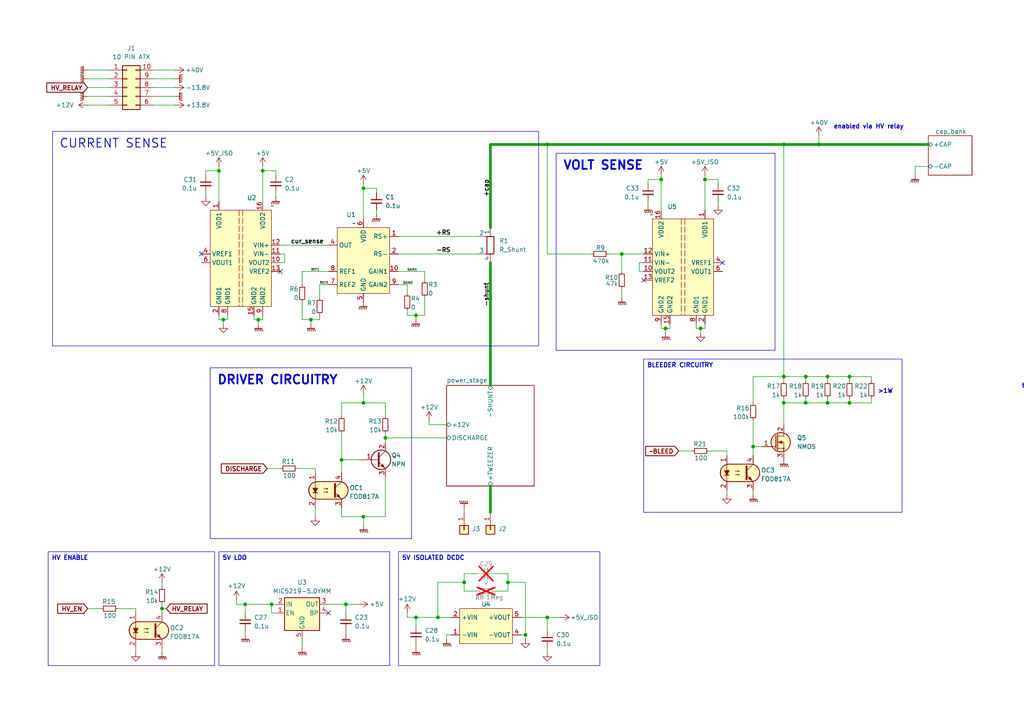
<source format=kicad_sch>
(kicad_sch (version 20231120) (generator "eeschema") (generator_version "8.0")
  (paper "A4")
  (lib_symbols
    (symbol "Connector_Generic:Conn_01x01" (pin_names (offset 1.016) hide)
      (property "Reference" "J" (at 0 2.54 0))
      (property "Value" "Conn_01x01" (at 0 -2.54 0))
      (symbol "Conn_01x01_1_1"
        (pin passive line (at -5.08 0 0) (length 3.81) (name "Pin_1") (number "1"))
      )
    )
    (symbol "Connector_Generic:Conn_02x05_Counter_Clockwise" (pin_names (offset 1.016) hide)
      (property "Reference" "J" (at 1.27 7.62 0))
      (property "Value" "Conn_02x05_Counter_Clockwise" (at 1.27 -7.62 0))
      (symbol "Conn_02x05_Counter_Clockwise_1_1"
        (pin passive line (at -5.08 5.08 0) (length 3.81) (name "Pin_1") (number "1"))
        (pin passive line (at 7.62 5.08 180) (length 3.81) (name "Pin_10") (number "10"))
        (pin passive line (at -5.08 2.54 0) (length 3.81) (name "Pin_2") (number "2"))
        (pin passive line (at -5.08 0 0) (length 3.81) (name "Pin_3") (number "3"))
        (pin passive line (at -5.08 -2.54 0) (length 3.81) (name "Pin_4") (number "4"))
        (pin passive line (at -5.08 -5.08 0) (length 3.81) (name "Pin_5") (number "5"))
        (pin passive line (at 7.62 -5.08 180) (length 3.81) (name "Pin_6") (number "6"))
        (pin passive line (at 7.62 -2.54 180) (length 3.81) (name "Pin_7") (number "7"))
        (pin passive line (at 7.62 0 180) (length 3.81) (name "Pin_8") (number "8"))
        (pin passive line (at 7.62 2.54 180) (length 3.81) (name "Pin_9") (number "9"))
      )
    )
    (symbol "Device:C_Small" (pin_numbers hide) (pin_names (offset 0.254) hide)
      (property "Reference" "C" (at 0.254 1.778 0))
      (property "Value" "C_Small" (at 0.254 -2.032 0))
      (symbol "C_Small_1_1"
        (pin passive line (at 0 2.54 270) (length 2.032) (name "~") (number "1"))
        (pin passive line (at 0 -2.54 90) (length 2.032) (name "~") (number "2"))
      )
    )
    (symbol "Device:Q_NPN_BCE" (pin_names (offset 0) hide)
      (property "Reference" "Q" (at 5.08 1.27 0))
      (property "Value" "Q_NPN_BCE" (at 5.08 -1.27 0))
      (symbol "Q_NPN_BCE_1_1"
        (pin input line (at -5.08 0 0) (length 5.715) (name "B") (number "1"))
        (pin passive line (at 2.54 5.08 270) (length 2.54) (name "C") (number "2"))
        (pin passive line (at 2.54 -5.08 90) (length 2.54) (name "E") (number "3"))
      )
    )
    (symbol "Device:R_Shunt" (pin_numbers hide) (pin_names (offset 0))
      (property "Reference" "R" (at -4.445 0 90))
      (property "Value" "R_Shunt" (at -2.54 0 90))
      (symbol "R_Shunt_1_1"
        (pin passive line (at 0 5.08 270) (length 2.54) (name "1") (number "1"))
        (pin passive line (at 3.81 2.54 180) (length 2.54) (name "2") (number "2"))
        (pin passive line (at 3.81 -2.54 180) (length 2.54) (name "3") (number "3"))
        (pin passive line (at 0 -5.08 90) (length 2.54) (name "4") (number "4"))
      )
    )
    (symbol "Device:R_Small" (pin_numbers hide) (pin_names (offset 0.254) hide)
      (property "Reference" "R" (at 0.762 0.508 0))
      (property "Value" "R_Small" (at 0.762 -1.016 0))
      (symbol "R_Small_1_1"
        (pin passive line (at 0 2.54 270) (length 0.762) (name "~") (number "1"))
        (pin passive line (at 0 -2.54 90) (length 0.762) (name "~") (number "2"))
      )
    )
    (symbol "HAVENS_Lib:1769405241"
      (property "Reference" "U" (at -5.842 7.366 0))
      (symbol "1769405241_1_1"
        (pin input line (at -10.16 -2.54 0) (length 2.54) (name "-VIN") (number "1"))
        (pin input line (at -10.16 2.54 0) (length 2.54) (name "+VIN") (number "2"))
        (pin input line (at 10.16 -2.54 180) (length 2.54) (name "-VOUT") (number "4"))
        (pin input line (at 10.16 2.54 180) (length 2.54) (name "+VOUT") (number "5"))
        (pin input line (at 0 -7.62 90) (length 2.54) hide (name "NC") (number "8"))
      )
    )
    (symbol "HAVENS_Lib:ADUM3195"
      (property "Reference" "U" (at -3.81 14.986 0))
      (symbol "ADUM3195_1_1"
        (pin input line (at -6.35 16.51 270) (length 2.54) (name "VDD1") (number "1"))
        (pin input line (at 11.43 -1.27 180) (length 2.54) (name "VOUT2") (number "10"))
        (pin input line (at 11.43 1.27 180) (length 2.54) (name "VIN-") (number "11"))
        (pin input line (at 11.43 3.81 180) (length 2.54) (name "VIN+") (number "12"))
        (pin input line (at 11.43 -3.81 180) (length 2.54) (name "VREF2") (number "13"))
        (pin input line (at 11.43 -12.7 180) (length 2.54) hide (name "NC") (number "14"))
        (pin input line (at 3.81 -16.51 90) (length 2.54) (name "GND2") (number "15"))
        (pin input line (at 6.35 16.51 270) (length 2.54) (name "VDD2") (number "16"))
        (pin input line (at -6.35 -16.51 90) (length 2.54) (name "GND1") (number "2"))
        (pin input line (at 11.43 -5.08 180) (length 2.54) hide (name "NC") (number "3"))
        (pin input line (at -11.43 1.27 0) (length 2.54) (name "VREF1") (number "4"))
        (pin input line (at 11.43 -7.62 180) (length 2.54) hide (name "NC") (number "5"))
        (pin input line (at -11.43 -1.27 0) (length 2.54) (name "VOUT1") (number "6"))
        (pin input line (at 11.43 -10.16 180) (length 2.54) hide (name "NC") (number "7"))
        (pin input line (at -3.81 -16.51 90) (length 2.54) (name "GND1") (number "8"))
        (pin input line (at 6.35 -16.51 90) (length 2.54) (name "GND2") (number "9"))
      )
    )
    (symbol "HAVENS_Lib:MAX49925"
      (property "Reference" "U" (at 5.842 11.176 0))
      (symbol "MAX49925_1_1"
        (pin input line (at -10.16 7.62 0) (length 2.54) (name "RS+") (number "1"))
        (pin input line (at -10.16 -2.54 0) (length 2.54) (name "GAIN1") (number "10"))
        (pin input line (at -10.16 2.54 0) (length 2.54) (name "RS-") (number "2"))
        (pin input line (at -10.16 5.08 0) (length 2.54) hide (name "NC") (number "3"))
        (pin input line (at 10.16 5.08 180) (length 2.54) (name "OUT") (number "4"))
        (pin input line (at 0 -11.43 90) (length 2.54) (name "GND") (number "5"))
        (pin input line (at 0 12.7 270) (length 2.54) (name "VDD") (number "6"))
        (pin input line (at 10.16 -6.35 180) (length 2.54) (name "REF2") (number "7"))
        (pin input line (at 10.16 -2.54 180) (length 2.54) (name "REF1") (number "8"))
        (pin input line (at -10.16 -6.35 0) (length 2.54) (name "GAIN2") (number "9"))
      )
    )
    (symbol "PCM_Optocoupler_AKL:FOD817A" (pin_names (offset 1.016))
      (property "Reference" "OC" (at 6.35 1.27 0))
      (property "Value" "FOD817A" (at 6.35 -1.27 0))
      (symbol "FOD817A_1_1"
        (pin passive line (at -3.81 5.08 270) (length 2.54) (name "~") (number "1"))
        (pin passive line (at -3.81 -5.08 90) (length 2.54) (name "~") (number "2"))
        (pin passive line (at 3.81 -5.08 90) (length 2.54) (name "~") (number "3"))
        (pin passive line (at 3.81 5.08 270) (length 2.54) (name "~") (number "4"))
      )
    )
    (symbol "PCM_Transistor_MOSFET_AKL:Q_NMOS-D_Generic_GDS" (pin_names hide)
      (property "Reference" "Q" (at 5.08 1.27 0))
      (property "Value" "Q_NMOS-D_Generic_GDS" (at 5.08 -1.27 0))
      (symbol "Q_NMOS-D_Generic_GDS_1_1"
        (pin input line (at -3.81 -1.27 0) (length 2.54) (name "G") (number "1"))
        (pin passive line (at 2.54 5.08 270) (length 2.54) (name "D") (number "2"))
        (pin passive line (at 2.54 -5.08 90) (length 2.54) (name "S") (number "3"))
      )
    )
    (symbol "Regulator_Linear:MIC5219-5.0YMM" (pin_names (offset 0.254))
      (property "Reference" "U" (at -3.81 5.715 0))
      (property "Value" "MIC5219-5.0YMM" (at 0 5.715 0))
      (symbol "MIC5219-5.0YMM_1_1"
        (pin input line (at -7.62 0 0) (length 2.54) (name "EN") (number "1"))
        (pin power_in line (at -7.62 2.54 0) (length 2.54) (name "IN") (number "2"))
        (pin power_out line (at 7.62 2.54 180) (length 2.54) (name "OUT") (number "3"))
        (pin input line (at 7.62 0 180) (length 2.54) (name "BP") (number "4"))
        (pin power_in line (at 0 -7.62 90) (length 2.54) (name "GND") (number "5"))
        (pin passive line (at 0 -7.62 90) (length 2.54) hide (name "GND") (number "6"))
        (pin passive line (at 0 -7.62 90) (length 2.54) hide (name "GND") (number "7"))
        (pin passive line (at 0 -7.62 90) (length 2.54) hide (name "GND") (number "8"))
      )
    )
    (symbol "power:+12V" (power) (pin_numbers hide) (pin_names (offset 0) hide)
      (property "Value" "+12V" (at 0 3.556 0))
      (symbol "+12V_1_1"
        (pin power_in line (at 0 0 90) (length 0) (name "~") (number "1"))
      )
    )
    (symbol "power:+4V" (power) (pin_numbers hide) (pin_names (offset 0) hide)
      (property "Value" "+4V" (at 0 3.556 0))
      (symbol "+4V_1_1"
        (pin power_in line (at 0 0 90) (length 0) (name "~") (number "1"))
      )
    )
    (symbol "power:+5V" (power) (pin_numbers hide) (pin_names (offset 0) hide)
      (property "Value" "+5V" (at 0 3.556 0))
      (symbol "+5V_1_1"
        (pin power_in line (at 0 0 90) (length 0) (name "~") (number "1"))
      )
    )
    (symbol "power:+5VP" (power) (pin_numbers hide) (pin_names (offset 0) hide)
      (property "Value" "+5VP" (at 0 3.556 0))
      (symbol "+5VP_1_1"
        (pin power_in line (at 0 0 90) (length 0) (name "~") (number "1"))
      )
    )
    (symbol "power:GND" (power) (pin_numbers hide) (pin_names (offset 0) hide)
      (property "Value" "GND" (at 0 -3.81 0))
      (symbol "GND_1_1"
        (pin power_in line (at 0 0 270) (length 0) (name "~") (number "1"))
      )
    )
    (symbol "power:GNDPWR" (power) (pin_numbers hide) (pin_names (offset 0) hide)
      (property "Value" "GNDPWR" (at 0 -3.302 0))
      (symbol "GNDPWR_1_1"
        (pin power_in line (at 0 0 270) (length 0) (name "~") (number "1"))
      )
    )
  )
  (junction (at 233.68 109.22))
  (junction (at 204.47 52.07))
  (junction (at 237.49 41.91))
  (junction (at 105.41 54.61))
  (junction (at 180.34 73.66))
  (junction (at 63.5 49.53))
  (junction (at 203.2 95.25))
  (junction (at 246.38 109.22))
  (junction (at 90.17 92.71))
  (junction (at 71.12 175.26))
  (junction (at 99.06 133.35))
  (junction (at 158.75 179.07))
  (junction (at 120.65 179.07))
  (junction (at 193.04 95.25))
  (junction (at 227.33 41.91))
  (junction (at 246.38 116.84))
  (junction (at 105.41 149.86))
  (junction (at 158.75 41.91))
  (junction (at 227.33 116.84))
  (junction (at 64.77 92.71))
  (junction (at 240.03 109.22))
  (junction (at 127 179.07))
  (junction (at 240.03 116.84))
  (junction (at 191.77 52.07))
  (junction (at 105.41 116.84))
  (junction (at 76.2 49.53))
  (junction (at 120.65 91.44))
  (junction (at 147.32 168.91))
  (junction (at 46.99 176.53))
  (junction (at 74.93 92.71))
  (junction (at 78.74 175.26))
  (junction (at 152.4 184.15))
  (junction (at 111.76 127))
  (junction (at 100.33 175.26))
  (junction (at 218.44 129.54))
  (junction (at 233.68 116.84))
  (junction (at 227.33 109.22))
  (junction (at 134.62 168.91))
  (no_connect (at 95.25 177.8))
  (no_connect (at 209.55 76.2))
  (no_connect (at 58.42 73.66))
  (no_connect (at 81.28 78.74))
  (no_connect (at 186.69 81.28))
  (wire (pts (xy 191.77 50.8) (xy 191.77 52.07)))
  (wire (pts (xy 208.28 53.34) (xy 208.28 52.07)))
  (wire (pts (xy 76.2 91.44) (xy 76.2 92.71)))
  (wire (pts (xy 120.65 179.07) (xy 120.65 181.61)))
  (wire (pts (xy 78.74 175.26) (xy 78.74 177.8)))
  (wire (pts (xy 76.2 48.26) (xy 76.2 49.53)))
  (wire (pts (xy 50.8 27.94) (xy 44.45 27.94)))
  (wire (pts (xy 227.33 116.84) (xy 233.68 116.84)))
  (wire (pts (xy 196.85 130.81) (xy 200.66 130.81)))
  (wire (pts (xy 111.76 125.73) (xy 111.76 127)))
  (wire (pts (xy 115.57 78.74) (xy 123.19 78.74)))
  (wire (pts (xy 77.47 135.89) (xy 81.28 135.89)))
  (wire (pts (xy 193.04 95.25) (xy 191.77 95.25)))
  (wire (pts (xy 246.38 116.84) (xy 246.38 115.57)))
  (wire (pts (xy 208.28 52.07) (xy 204.47 52.07)))
  (wire (pts (xy 100.33 175.26) (xy 104.14 175.26)))
  (wire (pts (xy 111.76 116.84) (xy 105.41 116.84)))
  (wire (pts (xy 180.34 73.66) (xy 186.69 73.66)))
  (wire (pts (xy 80.01 49.53) (xy 76.2 49.53)))
  (wire (pts (xy 109.22 54.61) (xy 105.41 54.61)))
  (wire (pts (xy 81.28 71.12) (xy 95.25 71.12)))
  (wire (pts (xy 201.93 93.98) (xy 201.93 95.25)))
  (wire (pts (xy 115.57 68.58) (xy 138.43 68.58)))
  (wire (pts (xy 87.63 185.42) (xy 87.63 187.96)))
  (wire (pts (xy 44.45 20.32) (xy 50.8 20.32)))
  (wire (pts (xy 233.68 109.22) (xy 233.68 110.49)))
  (wire (pts (xy 105.41 53.34) (xy 105.41 54.61)))
  (wire (pts (xy 64.77 92.71) (xy 63.5 92.71)))
  (wire (pts (xy 204.47 50.8) (xy 204.47 52.07)))
  (wire (pts (xy 25.4 20.32) (xy 31.75 20.32)))
  (wire (pts (xy 63.5 48.26) (xy 63.5 49.53)))
  (wire (pts (xy 129.54 185.42) (xy 129.54 184.15)))
  (wire (pts (xy 111.76 127) (xy 111.76 128.27)))
  (wire (pts (xy 142.24 41.91) (xy 142.24 66.04)) (stroke (width 0.762)))
  (wire (pts (xy 246.38 116.84) (xy 252.73 116.84)))
  (wire (pts (xy 187.96 53.34) (xy 187.96 52.07)))
  (wire (pts (xy 74.93 93.98) (xy 74.93 92.71)))
  (wire (pts (xy 86.36 135.89) (xy 91.44 135.89)))
  (wire (pts (xy 204.47 95.25) (xy 204.47 93.98)))
  (wire (pts (xy 218.44 121.92) (xy 218.44 129.54)))
  (wire (pts (xy 265.43 48.26) (xy 265.43 50.8)))
  (wire (pts (xy 218.44 109.22) (xy 218.44 116.84)))
  (wire (pts (xy 92.71 82.55) (xy 92.71 86.36)))
  (wire (pts (xy 180.34 73.66) (xy 180.34 78.74)))
  (wire (pts (xy 120.65 187.96) (xy 120.65 186.69)))
  (wire (pts (xy 68.58 173.99) (xy 68.58 175.26)))
  (wire (pts (xy 186.69 76.2) (xy 185.42 76.2)))
  (wire (pts (xy 227.33 41.91) (xy 223.52 41.91)))
  (wire (pts (xy 39.37 187.96) (xy 39.37 189.23)))
  (wire (pts (xy 87.63 82.55) (xy 87.63 78.74)))
  (wire (pts (xy 138.43 166.37) (xy 134.62 166.37)))
  (wire (pts (xy 127 168.91) (xy 127 179.07)))
  (wire (pts (xy 92.71 92.71) (xy 90.17 92.71)))
  (wire (pts (xy 64.77 93.98) (xy 64.77 92.71)))
  (wire (pts (xy 109.22 55.88) (xy 109.22 54.61)))
  (wire (pts (xy 120.65 91.44) (xy 120.65 92.71)))
  (wire (pts (xy 105.41 54.61) (xy 105.41 63.5)))
  (wire (pts (xy 185.42 76.2) (xy 185.42 78.74)))
  (wire (pts (xy 252.73 109.22) (xy 252.73 110.49)))
  (wire (pts (xy 118.11 91.44) (xy 120.65 91.44)))
  (wire (pts (xy 143.51 166.37) (xy 147.32 166.37)))
  (wire (pts (xy 91.44 147.32) (xy 91.44 149.86)))
  (wire (pts (xy 120.65 91.44) (xy 123.19 91.44)))
  (wire (pts (xy 134.62 168.91) (xy 134.62 171.45)))
  (wire (pts (xy 176.53 73.66) (xy 180.34 73.66)))
  (wire (pts (xy 63.5 91.44) (xy 63.5 92.71)))
  (wire (pts (xy 92.71 92.71) (xy 92.71 91.44)))
  (wire (pts (xy 187.96 59.69) (xy 187.96 58.42)))
  (wire (pts (xy 76.2 49.53) (xy 76.2 58.42)))
  (wire (pts (xy 210.82 143.51) (xy 210.82 142.24)))
  (wire (pts (xy 203.2 95.25) (xy 204.47 95.25)))
  (wire (pts (xy 158.75 179.07) (xy 158.75 182.88)))
  (wire (pts (xy 227.33 41.91) (xy 237.49 41.91)) (stroke (width 0.762)))
  (wire (pts (xy 25.4 22.86) (xy 31.75 22.86)))
  (wire (pts (xy 118.11 82.55) (xy 115.57 82.55)))
  (wire (pts (xy 90.17 92.71) (xy 87.63 92.71)))
  (wire (pts (xy 142.24 76.2) (xy 142.24 111.76)) (stroke (width 0.762)))
  (wire (pts (xy 115.57 73.66) (xy 138.43 73.66)))
  (wire (pts (xy 50.8 22.86) (xy 44.45 22.86)))
  (wire (pts (xy 63.5 49.53) (xy 63.5 58.42)))
  (wire (pts (xy 59.69 49.53) (xy 63.5 49.53)))
  (wire (pts (xy 78.74 175.26) (xy 80.01 175.26)))
  (wire (pts (xy 158.75 41.91) (xy 158.75 73.66)))
  (wire (pts (xy 59.69 50.8) (xy 59.69 49.53)))
  (wire (pts (xy 105.41 114.3) (xy 105.41 116.84)))
  (wire (pts (xy 99.06 125.73) (xy 99.06 133.35)))
  (wire (pts (xy 74.93 92.71) (xy 73.66 92.71)))
  (wire (pts (xy 109.22 62.23) (xy 109.22 60.96)))
  (wire (pts (xy 193.04 96.52) (xy 193.04 95.25)))
  (wire (pts (xy 81.28 73.66) (xy 82.55 73.66)))
  (wire (pts (xy 90.17 92.71) (xy 90.17 93.98)))
  (wire (pts (xy 203.2 96.52) (xy 203.2 95.25)))
  (wire (pts (xy 134.62 148.59) (xy 134.62 147.32)))
  (wire (pts (xy 82.55 73.66) (xy 82.55 76.2)))
  (wire (pts (xy 39.37 176.53) (xy 39.37 177.8)))
  (wire (pts (xy 118.11 85.09) (xy 118.11 82.55)))
  (wire (pts (xy 134.62 168.91) (xy 127 168.91)))
  (wire (pts (xy 46.99 168.91) (xy 46.99 170.18)))
  (wire (pts (xy 227.33 123.19) (xy 227.33 116.84)))
  (wire (pts (xy 218.44 132.08) (xy 218.44 129.54)))
  (wire (pts (xy 187.96 52.07) (xy 191.77 52.07)))
  (wire (pts (xy 99.06 133.35) (xy 104.14 133.35)))
  (wire (pts (xy 269.24 48.26) (xy 265.43 48.26)))
  (wire (pts (xy 152.4 168.91) (xy 147.32 168.91)))
  (wire (pts (xy 25.4 176.53) (xy 29.21 176.53)))
  (wire (pts (xy 134.62 171.45) (xy 138.43 171.45)))
  (wire (pts (xy 99.06 137.16) (xy 99.06 133.35)))
  (wire (pts (xy 111.76 149.86) (xy 105.41 149.86)))
  (wire (pts (xy 180.34 83.82) (xy 180.34 86.36)))
  (wire (pts (xy 152.4 184.15) (xy 151.13 184.15)))
  (wire (pts (xy 64.77 92.71) (xy 66.04 92.71)))
  (wire (pts (xy 118.11 91.44) (xy 118.11 90.17)))
  (wire (pts (xy 99.06 147.32) (xy 99.06 149.86)))
  (wire (pts (xy 44.45 25.4) (xy 50.8 25.4)))
  (wire (pts (xy 81.28 76.2) (xy 82.55 76.2)))
  (wire (pts (xy 227.33 110.49) (xy 227.33 109.22)))
  (wire (pts (xy 127 179.07) (xy 130.81 179.07)))
  (wire (pts (xy 185.42 78.74) (xy 186.69 78.74)))
  (wire (pts (xy 227.33 41.91) (xy 237.49 41.91)))
  (wire (pts (xy 142.24 140.97) (xy 142.24 148.59)) (stroke (width 0.762)))
  (wire (pts (xy 124.46 121.92) (xy 124.46 123.19)))
  (wire (pts (xy 73.66 91.44) (xy 73.66 92.71)))
  (wire (pts (xy 46.99 176.53) (xy 46.99 177.8)))
  (wire (pts (xy 99.06 149.86) (xy 105.41 149.86)))
  (wire (pts (xy 246.38 109.22) (xy 252.73 109.22)))
  (wire (pts (xy 158.75 179.07) (xy 162.56 179.07)))
  (wire (pts (xy 34.29 176.53) (xy 39.37 176.53)))
  (wire (pts (xy 46.99 176.53) (xy 48.26 176.53)))
  (wire (pts (xy 134.62 166.37) (xy 134.62 168.91)))
  (wire (pts (xy 123.19 86.36) (xy 123.19 91.44)))
  (wire (pts (xy 78.74 177.8) (xy 80.01 177.8)))
  (wire (pts (xy 252.73 115.57) (xy 252.73 116.84)))
  (wire (pts (xy 100.33 175.26) (xy 100.33 177.8)))
  (wire (pts (xy 208.28 59.69) (xy 208.28 58.42)))
  (wire (pts (xy 237.49 41.91) (xy 269.24 41.91)) (stroke (width 0.762)))
  (wire (pts (xy 111.76 120.65) (xy 111.76 116.84)))
  (wire (pts (xy 129.54 184.15) (xy 130.81 184.15)))
  (wire (pts (xy 46.99 187.96) (xy 46.99 189.23)))
  (wire (pts (xy 120.65 179.07) (xy 127 179.07)))
  (wire (pts (xy 95.25 82.55) (xy 92.71 82.55)))
  (wire (pts (xy 44.45 30.48) (xy 50.8 30.48)))
  (wire (pts (xy 240.03 115.57) (xy 240.03 116.84)))
  (wire (pts (xy 158.75 189.23) (xy 158.75 187.96)))
  (wire (pts (xy 237.49 39.37) (xy 237.49 41.91)))
  (wire (pts (xy 210.82 130.81) (xy 210.82 132.08)))
  (wire (pts (xy 80.01 50.8) (xy 80.01 49.53)))
  (wire (pts (xy 233.68 116.84) (xy 240.03 116.84)))
  (wire (pts (xy 87.63 78.74) (xy 95.25 78.74)))
  (wire (pts (xy 71.12 184.15) (xy 71.12 182.88)))
  (wire (pts (xy 68.58 175.26) (xy 71.12 175.26)))
  (wire (pts (xy 80.01 57.15) (xy 80.01 55.88)))
  (wire (pts (xy 25.4 25.4) (xy 31.75 25.4)))
  (wire (pts (xy 118.11 179.07) (xy 120.65 179.07)))
  (wire (pts (xy 143.51 171.45) (xy 147.32 171.45)))
  (wire (pts (xy 203.2 95.25) (xy 201.93 95.25)))
  (wire (pts (xy 227.33 41.91) (xy 227.33 109.22)))
  (wire (pts (xy 240.03 109.22) (xy 246.38 109.22)))
  (wire (pts (xy 99.06 116.84) (xy 99.06 120.65)))
  (wire (pts (xy 111.76 138.43) (xy 111.76 149.86)))
  (wire (pts (xy 123.19 78.74) (xy 123.19 81.28)))
  (wire (pts (xy 152.4 168.91) (xy 152.4 184.15)))
  (wire (pts (xy 152.4 185.42) (xy 152.4 184.15)))
  (wire (pts (xy 171.45 73.66) (xy 158.75 73.66)))
  (wire (pts (xy 227.33 109.22) (xy 233.68 109.22)))
  (wire (pts (xy 158.75 41.91) (xy 227.33 41.91)) (stroke (width 0.762)))
  (wire (pts (xy 193.04 95.25) (xy 194.31 95.25)))
  (wire (pts (xy 246.38 109.22) (xy 246.38 110.49)))
  (wire (pts (xy 240.03 116.84) (xy 246.38 116.84)))
  (wire (pts (xy 218.44 143.51) (xy 218.44 142.24)))
  (wire (pts (xy 25.4 30.48) (xy 31.75 30.48)))
  (wire (pts (xy 59.69 57.15) (xy 59.69 55.88)))
  (wire (pts (xy 105.41 116.84) (xy 99.06 116.84)))
  (wire (pts (xy 233.68 109.22) (xy 240.03 109.22)))
  (wire (pts (xy 118.11 177.8) (xy 118.11 179.07)))
  (wire (pts (xy 71.12 175.26) (xy 78.74 175.26)))
  (wire (pts (xy 105.41 149.86) (xy 105.41 152.4)))
  (wire (pts (xy 147.32 166.37) (xy 147.32 168.91)))
  (wire (pts (xy 218.44 129.54) (xy 220.98 129.54)))
  (wire (pts (xy 204.47 52.07) (xy 204.47 60.96)))
  (wire (pts (xy 95.25 175.26) (xy 100.33 175.26)))
  (wire (pts (xy 194.31 95.25) (xy 194.31 93.98)))
  (wire (pts (xy 124.46 123.19) (xy 129.54 123.19)))
  (wire (pts (xy 227.33 115.57) (xy 227.33 116.84)))
  (wire (pts (xy 66.04 91.44) (xy 66.04 92.71)))
  (wire (pts (xy 71.12 175.26) (xy 71.12 177.8)))
  (wire (pts (xy 205.74 130.81) (xy 210.82 130.81)))
  (wire (pts (xy 25.4 27.94) (xy 31.75 27.94)))
  (wire (pts (xy 74.93 92.71) (xy 76.2 92.71)))
  (wire (pts (xy 191.77 52.07) (xy 191.77 60.96)))
  (wire (pts (xy 142.24 41.91) (xy 158.75 41.91)) (stroke (width 0.762)))
  (wire (pts (xy 111.76 127) (xy 129.54 127)))
  (wire (pts (xy 191.77 95.25) (xy 191.77 93.98)))
  (wire (pts (xy 151.13 179.07) (xy 158.75 179.07)))
  (wire (pts (xy 91.44 135.89) (xy 91.44 137.16)))
  (wire (pts (xy 240.03 109.22) (xy 240.03 110.49)))
  (wire (pts (xy 87.63 87.63) (xy 87.63 92.71)))
  (wire (pts (xy 227.33 109.22) (xy 218.44 109.22)))
  (wire (pts (xy 46.99 175.26) (xy 46.99 176.53)))
  (wire (pts (xy 233.68 115.57) (xy 233.68 116.84)))
  (wire (pts (xy 100.33 182.88) (xy 100.33 184.15)))
  (wire (pts (xy 147.32 168.91) (xy 147.32 171.45)))
  (wire (pts (xy 158.75 41.91) (xy 167.64 41.91)))
  (text_box "5V ISOLATED DCDC\n" (at 115.57 160.02 0) (size 58.42 33.02) (effects (font (size 1.27 1.27) (bold yes)) (justify left top)))
  (text_box "BLEEDER CIRCUITRY" (at 186.69 104.14 0) (size 74.93 44.45) (effects (font (size 1.27 1.27) (bold yes)) (justify left top)))
  (text_box "HV ENABLE\n" (at 13.97 160.02 0) (size 48.26 33.02) (effects (font (size 1.27 1.27) (bold yes)) (justify left top)))
  (text_box "5V LDO" (at 63.5 160.02 0) (size 49.53 33.02) (effects (font (size 1.27 1.27) (bold yes)) (justify left top)))
  (text_box "CURRENT SENSE" (at 15.24 38.1 0) (size 140.97 62.23) (effects (font (size 2.54 2.54) (thickness 0.254) (bold yes)) (justify left top)))
  (text_box "VOLT SENSE" (at 161.29 44.45 0) (size 63.5 57.15) (effects (font (size 2.54 2.54) (bold yes)) (justify left top)))
  (text_box "DRIVER CIRCUITRY" (at 60.96 106.68 0) (size 58.42 49.53) (effects (font (size 2.54 2.54) (bold yes)) (justify left top)))
  (text "enabled via HV relay\n" (at 251.968 36.83 0) (effects (font (size 1.27 1.27) (bold yes))))
  (text ">1W" (at 256.794 113.538 0) (effects (font (size 1.27 1.27) (bold yes))))
  (text "todo list: pinout for mcu, footprint for caps, footprint for rest of parts\n" (at 331.216 112.014 0) (effects (font (size 1.27 1.27) (bold yes))))
  (label "cur_sense" (at 93.98 71.12 180) (effects (font (bold yes))))
  (label "GAIN2" (at 116.84 82.55 0) (effects (font (size 0.635 0.635) (bold yes))))
  (label "REF2" (at 92.71 82.55 0) (effects (font (size 0.635 0.635) (bold yes))))
  (label "-RS" (at 130.81 73.66 180) (effects (font (bold yes))))
  (label "-shunt" (at 142.24 88.9 90) (effects (font (bold yes))))
  (label "REF1" (at 90.17 78.74 0) (effects (font (size 0.635 0.635) (bold yes))))
  (label "+RS" (at 130.81 68.58 180) (effects (font (bold yes))))
  (label "GAIN1" (at 118.11 78.74 0) (effects (font (size 0.635 0.635) (bold yes))))
  (label "+cap" (at 142.24 57.15 90) (effects (font (bold yes))))
  (global_label "HV_EN" (shape input) (at 25.4 176.53 180) (effects (font (bold yes))) (property "Intersheetrefs" "${INTERSHEET_REFS}" (effects (hide yes))))
  (global_label "HV_RELAY" (shape input) (at 48.26 176.53 0) (effects (font (bold yes))) (property "Intersheetrefs" "${INTERSHEET_REFS}" (effects (hide yes))))
  (global_label "HV_RELAY" (shape input) (at 25.4 25.4 180) (effects (font (bold yes))) (property "Intersheetrefs" "${INTERSHEET_REFS}" (effects (hide yes))))
  (global_label "~BLEED" (shape input) (at 196.85 130.81 180) (effects (font (bold yes))) (property "Intersheetrefs" "${INTERSHEET_REFS}" (effects (hide yes))))
  (global_label "DISCHARGE" (shape input) (at 77.47 135.89 180) (effects (font (bold yes))) (property "Intersheetrefs" "${INTERSHEET_REFS}" (effects (hide yes))))
  (symbol (lib_id "power:+12V") (at 46.99 168.91 0) (unit 1)
    (property "Reference" "#PWR040" (effects (hide yes)))
    (property "Value" "+12V" (at 46.99 165.1 0))
    (property "Description" "Power symbol creates a global label with name \"+12V\"" (effects (hide yes)))
  )
  (symbol (lib_id "HAVENS_Lib:MAX49925") (at 105.41 76.2 0) (mirror y) (unit 1)
    (property "Reference" "U1" (at 103.2159 62.23 0) (effects (justify left)))
    (property "Value" "~" (at 103.2159 64.77 0) (effects (justify left)))
    (property "Footprint" "HAVENS_Lib:TDFN-10-SMD" (effects (hide yes)))
  )
  (symbol (lib_id "Device:R_Small") (at 111.76 123.19 0) (mirror y) (unit 1)
    (property "Reference" "R13" (at 110.744 122.174 0) (effects (justify left)))
    (property "Value" "10k" (at 110.744 124.714 0) (effects (justify left)))
    (property "Description" "Resistor, small symbol" (effects (hide yes)))
  )
  (symbol (lib_id "power:+12V") (at 118.11 177.8 0) (unit 1)
    (property "Reference" "#PWR021" (effects (hide yes)))
    (property "Value" "+12V" (at 118.11 173.736 0))
    (property "Description" "Power symbol creates a global label with name \"+12V\"" (effects (hide yes)))
  )
  (symbol (lib_id "Device:C_Small") (at 208.28 55.88 0) (unit 1)
    (property "Reference" "C32" (at 210.82 54.6162 0) (effects (justify left)))
    (property "Value" "0.1u" (at 210.82 57.1562 0) (effects (justify left)))
    (property "Description" "Unpolarized capacitor, small symbol" (effects (hide yes)))
  )
  (symbol (lib_id "Device:C_Small") (at 80.01 53.34 0) (unit 1)
    (property "Reference" "C2" (at 82.55 52.0762 0) (effects (justify left)))
    (property "Value" "0.1u" (at 82.55 54.6162 0) (effects (justify left)))
    (property "Description" "Unpolarized capacitor, small symbol" (effects (hide yes)))
  )
  (symbol (lib_id "power:GNDPWR") (at 227.33 133.35 0) (mirror y) (unit 1)
    (property "Reference" "#PWR043" (effects (hide yes)))
    (property "Value" "GNDPWR" (effects (hide yes)))
    (property "Description" "Power symbol creates a global label with name \"GNDPWR\" , global ground" (effects (hide yes)))
  )
  (symbol (lib_id "power:GND") (at 91.44 149.86 0) (unit 1)
    (property "Reference" "#PWR037" (effects (hide yes)))
    (property "Value" "GND" (effects (hide yes)))
    (property "Description" "Power symbol creates a global label with name \"GND\" , ground" (effects (hide yes)))
  )
  (symbol (lib_id "power:GNDPWR") (at 109.22 62.23 0) (unit 1)
    (property "Reference" "#PWR09" (effects (hide yes)))
    (property "Value" "GNDPWR" (effects (hide yes)))
    (property "Description" "Power symbol creates a global label with name \"GNDPWR\" , global ground" (effects (hide yes)))
  )
  (symbol (lib_id "power:GNDPWR") (at 105.41 152.4 0) (mirror y) (unit 1)
    (property "Reference" "#PWR036" (effects (hide yes)))
    (property "Value" "GNDPWR" (effects (hide yes)))
    (property "Description" "Power symbol creates a global label with name \"GNDPWR\" , global ground" (effects (hide yes)))
  )
  (symbol (lib_id "Device:R_Small") (at 46.99 172.72 0) (mirror y) (unit 1)
    (property "Reference" "R14" (at 45.974 171.704 0) (effects (justify left)))
    (property "Value" "10k" (at 45.974 174.244 0) (effects (justify left)))
    (property "Description" "Resistor, small symbol" (effects (hide yes)))
  )
  (symbol (lib_id "Device:R_Small") (at 118.11 87.63 0) (unit 1)
    (property "Reference" "R4" (at 119.126 86.614 0) (effects (justify left)))
    (property "Value" "0" (at 119.126 89.154 0) (effects (justify left)))
    (property "Description" "Resistor, small symbol" (effects (hide yes)))
  )
  (symbol (lib_id "power:GND") (at 59.69 57.15 0) (unit 1)
    (property "Reference" "#PWR028" (effects (hide yes)))
    (property "Value" "GND" (effects (hide yes)))
    (property "Description" "Power symbol creates a global label with name \"GND\" , ground" (effects (hide yes)))
  )
  (symbol (lib_id "HAVENS_Lib:ADUM3195") (at 198.12 77.47 0) (mirror y) (unit 1)
    (property "Reference" "U5" (at 196.342 59.944 0) (effects (justify left)))
    (property "Value" "~" (at 189.5759 62.23 0) (effects (justify left)))
    (property "Footprint" "PCM_Package_SO_AKL:QSOP-16_3.9x4.9mm_P0.635mm" (effects (hide yes)))
  )
  (symbol (lib_id "power:GNDPWR") (at 265.43 50.8 0) (unit 1)
    (property "Reference" "#PWR01" (effects (hide yes)))
    (property "Value" "GNDPWR" (effects (hide yes)))
    (property "Description" "Power symbol creates a global label with name \"GNDPWR\" , global ground" (effects (hide yes)))
  )
  (symbol (lib_id "power:+4V") (at 25.4 30.48 90) (unit 1)
    (property "Reference" "#PWR054" (effects (hide yes)))
    (property "Value" "+12V" (at 18.796 30.48 90))
    (property "Description" "Power symbol creates a global label with name \"+4V\"" (effects (hide yes)))
  )
  (symbol (lib_id "power:+4V") (at 50.8 20.32 270) (unit 1)
    (property "Reference" "#PWR051" (effects (hide yes)))
    (property "Value" "+40V" (at 56.388 20.32 90))
    (property "Description" "Power symbol creates a global label with name \"+4V\"" (effects (hide yes)))
  )
  (symbol (lib_id "Device:R_Small") (at 252.73 113.03 0) (mirror y) (unit 1)
    (property "Reference" "R22" (at 251.714 112.014 0) (effects (justify left)))
    (property "Value" "1k" (at 251.714 114.554 0) (effects (justify left)))
    (property "Description" "Resistor, small symbol" (effects (hide yes)))
  )
  (symbol (lib_id "power:+4V") (at 237.49 39.37 0) (unit 1)
    (property "Reference" "#PWR039" (effects (hide yes)))
    (property "Value" "+40V" (at 237.49 35.56 0))
    (property "Description" "Power symbol creates a global label with name \"+4V\"" (effects (hide yes)))
  )
  (symbol (lib_id "power:GNDPWR") (at 187.96 59.69 0) (mirror y) (unit 1)
    (property "Reference" "#PWR034" (effects (hide yes)))
    (property "Value" "GNDPWR" (effects (hide yes)))
    (property "Description" "Power symbol creates a global label with name \"GNDPWR\" , global ground" (effects (hide yes)))
  )
  (symbol (lib_id "power:+12V") (at 124.46 121.92 0) (unit 1)
    (property "Reference" "#PWR017" (effects (hide yes)))
    (property "Value" "+12V" (at 124.46 118.11 0))
    (property "Description" "Power symbol creates a global label with name \"+12V\"" (effects (hide yes)))
  )
  (symbol (lib_id "power:GND") (at 64.77 93.98 0) (unit 1)
    (property "Reference" "#PWR014" (effects (hide yes)))
    (property "Value" "GND" (effects (hide yes)))
    (property "Description" "Power symbol creates a global label with name \"GND\" , ground" (effects (hide yes)))
  )
  (symbol (lib_id "Device:R_Small") (at 246.38 113.03 0) (mirror y) (unit 1)
    (property "Reference" "R20" (at 245.364 112.014 0) (effects (justify left)))
    (property "Value" "1k" (at 245.364 114.554 0) (effects (justify left)))
    (property "Description" "Resistor, small symbol" (effects (hide yes)))
  )
  (symbol (lib_id "power:GND") (at 210.82 143.51 0) (unit 1)
    (property "Reference" "#PWR045" (effects (hide yes)))
    (property "Value" "GND" (effects (hide yes)))
    (property "Description" "Power symbol creates a global label with name \"GND\" , ground" (effects (hide yes)))
  )
  (symbol (lib_id "power:GNDPWR") (at 218.44 143.51 0) (mirror y) (unit 1)
    (property "Reference" "#PWR044" (effects (hide yes)))
    (property "Value" "GNDPWR" (effects (hide yes)))
    (property "Description" "Power symbol creates a global label with name \"GNDPWR\" , global ground" (effects (hide yes)))
  )
  (symbol (lib_id "Device:C_Small") (at 59.69 53.34 0) (mirror y) (unit 1)
    (property "Reference" "C31" (at 57.15 52.0762 0) (effects (justify left)))
    (property "Value" "0.1u" (at 57.15 54.6162 0) (effects (justify left)))
    (property "Description" "Unpolarized capacitor, small symbol" (effects (hide yes)))
  )
  (symbol (lib_id "power:GNDPWR") (at 46.99 189.23 0) (mirror y) (unit 1)
    (property "Reference" "#PWR041" (effects (hide yes)))
    (property "Value" "GNDPWR" (effects (hide yes)))
    (property "Description" "Power symbol creates a global label with name \"GNDPWR\" , global ground" (effects (hide yes)))
  )
  (symbol (lib_id "power:GNDPWR") (at 80.01 57.15 0) (unit 1)
    (property "Reference" "#PWR013" (effects (hide yes)))
    (property "Value" "GNDPWR" (effects (hide yes)))
    (property "Description" "Power symbol creates a global label with name \"GNDPWR\" , global ground" (effects (hide yes)))
  )
  (symbol (lib_id "PCM_Optocoupler_AKL:FOD817A") (at 214.63 137.16 0) (unit 1)
    (property "Reference" "OC3" (at 220.726 136.398 0) (effects (justify left)))
    (property "Value" "FOD817A" (at 220.726 138.938 0) (effects (justify left)))
    (property "Footprint" "Package_DIP_AKL:DIP-4_W7.62mm_LongPads" (effects (hide yes)))
    (property "Datasheet" "https://www.tme.eu/Document/3a0358906a5fcb3aa253d025de809a1d/FOD814300W.PDF" (effects (hide yes)))
    (property "Description" "DIP-4 Optocoupler, Transistor output, 5kV, 8us, Alternate KiCAD Library" (effects (hide yes)))
  )
  (symbol (lib_id "power:GNDPWR") (at 134.62 147.32 0) (mirror x) (unit 1)
    (property "Reference" "#PWR055" (effects (hide yes)))
    (property "Value" "GNDPWR" (effects (hide yes)))
    (property "Description" "Power symbol creates a global label with name \"GNDPWR\" , global ground" (effects (hide yes)))
  )
  (symbol (lib_id "power:GNDPWR") (at 90.17 93.98 0) (mirror y) (unit 1)
    (property "Reference" "#PWR010" (effects (hide yes)))
    (property "Value" "GNDPWR" (effects (hide yes)))
    (property "Description" "Power symbol creates a global label with name \"GNDPWR\" , global ground" (effects (hide yes)))
  )
  (symbol (lib_id "power:GNDPWR") (at 74.93 93.98 0) (mirror y) (unit 1)
    (property "Reference" "#PWR011" (effects (hide yes)))
    (property "Value" "GNDPWR" (effects (hide yes)))
    (property "Description" "Power symbol creates a global label with name \"GNDPWR\" , global ground" (effects (hide yes)))
  )
  (symbol (lib_id "Device:R_Small") (at 99.06 123.19 0) (mirror y) (unit 1)
    (property "Reference" "R12" (at 98.044 122.174 0) (effects (justify left)))
    (property "Value" "10k" (at 98.044 124.714 0) (effects (justify left)))
    (property "Description" "Resistor, small symbol" (effects (hide yes)))
  )
  (symbol (lib_id "power:GNDPWR") (at 87.63 187.96 0) (mirror y) (unit 1)
    (property "Reference" "#PWR015" (effects (hide yes)))
    (property "Value" "GNDPWR" (effects (hide yes)))
    (property "Description" "Power symbol creates a global label with name \"GNDPWR\" , global ground" (effects (hide yes)))
  )
  (symbol (lib_id "Device:R_Small") (at 83.82 135.89 90) (unit 1)
    (property "Reference" "R11" (at 85.598 133.858 90) (effects (justify left)))
    (property "Value" "100" (at 85.852 137.922 90) (effects (justify left)))
    (property "Description" "Resistor, small symbol" (effects (hide yes)))
  )
  (symbol (lib_id "Device:R_Small") (at 173.99 73.66 90) (unit 1)
    (property "Reference" "R9" (at 175.514 71.882 90) (effects (justify left)))
    (property "Value" "470k" (at 176.784 75.692 90) (effects (justify left)))
    (property "Description" "Resistor, small symbol" (effects (hide yes)))
  )
  (symbol (lib_id "Device:C_Small") (at 158.75 185.42 0) (unit 1)
    (property "Reference" "C30" (at 161.29 184.1562 0) (effects (justify left)))
    (property "Value" "0.1u" (at 161.29 186.6962 0) (effects (justify left)))
    (property "Description" "Unpolarized capacitor, small symbol" (effects (hide yes)))
  )
  (symbol (lib_id "Device:R_Small") (at 218.44 119.38 0) (mirror y) (unit 1)
    (property "Reference" "R16" (at 217.424 118.364 0) (effects (justify left)))
    (property "Value" "100k" (at 217.424 120.904 0) (effects (justify left)))
    (property "Description" "Resistor, small symbol" (effects (hide yes)))
  )
  (symbol (lib_id "Connector_Generic:Conn_01x01") (at 142.24 153.67 270) (unit 1)
    (property "Reference" "J2" (at 144.526 153.416 90) (effects (justify left)))
    (property "Value" "Conn_01x01" (effects (hide yes)))
    (property "Description" "Generic connector, single row, 01x01, script generated (kicad-library-utils/schlib/autogen/connector/)" (effects (hide yes)))
  )
  (symbol (lib_id "Connector_Generic:Conn_01x01") (at 134.62 153.67 270) (unit 1)
    (property "Reference" "J3" (at 136.906 153.416 90) (effects (justify left)))
    (property "Value" "Conn_01x01" (effects (hide yes)))
    (property "Description" "Generic connector, single row, 01x01, script generated (kicad-library-utils/schlib/autogen/connector/)" (effects (hide yes)))
  )
  (symbol (lib_id "Device:R_Small") (at 92.71 88.9 0) (mirror y) (unit 1)
    (property "Reference" "R7" (at 91.694 87.884 0) (effects (justify left)))
    (property "Value" "0" (at 91.694 90.424 0) (effects (justify left)))
    (property "Description" "Resistor, small symbol" (effects (hide yes)))
  )
  (symbol (lib_id "Device:C_Small") (at 120.65 184.15 0) (unit 1)
    (property "Reference" "C28" (at 123.19 182.8862 0) (effects (justify left)))
    (property "Value" "0.1u" (at 123.19 185.4262 0) (effects (justify left)))
    (property "Description" "Unpolarized capacitor, small symbol" (effects (hide yes)))
  )
  (symbol (lib_id "Device:C_Small") (at 187.96 55.88 0) (mirror y) (unit 1)
    (property "Reference" "C33" (at 185.42 54.6162 0) (effects (justify left)))
    (property "Value" "0.1u" (at 185.42 57.1562 0) (effects (justify left)))
    (property "Description" "Unpolarized capacitor, small symbol" (effects (hide yes)))
  )
  (symbol (lib_id "Device:R_Small") (at 87.63 85.09 0) (mirror y) (unit 1)
    (property "Reference" "R6" (at 86.614 83.82 0) (effects (justify left)))
    (property "Value" "0" (at 86.614 86.36 0) (effects (justify left)))
    (property "Description" "Resistor, small symbol" (effects (hide yes)))
  )
  (symbol (lib_id "power:+5V") (at 105.41 53.34 0) (unit 1)
    (property "Reference" "#PWR08" (effects (hide yes)))
    (property "Value" "+5V" (at 105.41 49.53 0))
    (property "Description" "Power symbol creates a global label with name \"+5V\"" (effects (hide yes)))
  )
  (symbol (lib_id "power:GNDPWR") (at 50.8 22.86 90) (mirror x) (unit 1)
    (property "Reference" "#PWR050" (effects (hide yes)))
    (property "Value" "GNDPWR" (effects (hide yes)))
    (property "Description" "Power symbol creates a global label with name \"GNDPWR\" , global ground" (effects (hide yes)))
  )
  (symbol (lib_id "Device:R_Small") (at 140.97 171.45 90) (mirror x) (unit 1) (dnp yes)
    (property "Reference" "R8" (at 140.462 173.228 90) (effects (justify left)))
    (property "Value" "1Meg" (at 146.05 173.228 90) (effects (justify left)))
    (property "Description" "Resistor, small symbol" (effects (hide yes)))
  )
  (symbol (lib_id "power:GNDPWR") (at 180.34 86.36 0) (mirror y) (unit 1)
    (property "Reference" "#PWR029" (effects (hide yes)))
    (property "Value" "GNDPWR" (effects (hide yes)))
    (property "Description" "Power symbol creates a global label with name \"GNDPWR\" , global ground" (effects (hide yes)))
  )
  (symbol (lib_id "power:GNDPWR") (at 120.65 187.96 0) (mirror y) (unit 1)
    (property "Reference" "#PWR022" (effects (hide yes)))
    (property "Value" "GNDPWR" (effects (hide yes)))
    (property "Description" "Power symbol creates a global label with name \"GNDPWR\" , global ground" (effects (hide yes)))
  )
  (symbol (lib_id "power:GNDPWR") (at 25.4 27.94 270) (mirror x) (unit 1)
    (property "Reference" "#PWR048" (effects (hide yes)))
    (property "Value" "GNDPWR" (effects (hide yes)))
    (property "Description" "Power symbol creates a global label with name \"GNDPWR\" , global ground" (effects (hide yes)))
  )
  (symbol (lib_id "power:+12V") (at 68.58 173.99 0) (unit 1)
    (property "Reference" "#PWR016" (effects (hide yes)))
    (property "Value" "+12V" (at 68.58 169.926 0))
    (property "Description" "Power symbol creates a global label with name \"+12V\"" (effects (hide yes)))
  )
  (symbol (lib_id "power:+5V") (at 104.14 175.26 270) (unit 1)
    (property "Reference" "#PWR020" (effects (hide yes)))
    (property "Value" "+5V" (at 109.22 175.26 90))
    (property "Description" "Power symbol creates a global label with name \"+5V\"" (effects (hide yes)))
  )
  (symbol (lib_id "power:GNDPWR") (at 71.12 184.15 0) (mirror y) (unit 1)
    (property "Reference" "#PWR018" (effects (hide yes)))
    (property "Value" "GNDPWR" (effects (hide yes)))
    (property "Description" "Power symbol creates a global label with name \"GNDPWR\" , global ground" (effects (hide yes)))
  )
  (symbol (lib_id "power:+4V") (at 50.8 30.48 270) (unit 1)
    (property "Reference" "#PWR053" (effects (hide yes)))
    (property "Value" "+13.8V" (at 57.404 30.48 90))
    (property "Description" "Power symbol creates a global label with name \"+4V\"" (effects (hide yes)))
  )
  (symbol (lib_id "power:GND") (at 152.4 185.42 0) (unit 1)
    (property "Reference" "#PWR024" (effects (hide yes)))
    (property "Value" "GND" (effects (hide yes)))
    (property "Description" "Power symbol creates a global label with name \"GND\" , ground" (effects (hide yes)))
  )
  (symbol (lib_id "Regulator_Linear:MIC5219-5.0YMM") (at 87.63 177.8 0) (unit 1)
    (property "Reference" "U3" (at 87.63 168.91 0))
    (property "Value" "MIC5219-5.0YMM" (at 87.63 171.45 0))
    (property "Footprint" "Package_SO:MSOP-8_3x3mm_P0.65mm" (effects (hide yes)))
    (property "Datasheet" "http://ww1.microchip.com/downloads/en/DeviceDoc/MIC5219-500mA-Peak-Output-LDO-Regulator-DS20006021A.pdf" (effects (hide yes)))
    (property "Description" "500mA low dropout linear regulator, fixed 5.0V output, MSOP-8" (effects (hide yes)))
  )
  (symbol (lib_id "power:+12V") (at 105.41 114.3 0) (unit 1)
    (property "Reference" "#PWR038" (effects (hide yes)))
    (property "Value" "+12V" (at 105.41 110.49 0))
    (property "Description" "Power symbol creates a global label with name \"+12V\"" (effects (hide yes)))
  )
  (symbol (lib_id "PCM_Optocoupler_AKL:FOD817A") (at 95.25 142.24 0) (unit 1)
    (property "Reference" "OC1" (at 101.346 141.478 0) (effects (justify left)))
    (property "Value" "FOD817A" (at 101.346 144.018 0) (effects (justify left)))
    (property "Footprint" "Package_DIP_AKL:DIP-4_W7.62mm_LongPads" (effects (hide yes)))
    (property "Datasheet" "https://www.tme.eu/Document/3a0358906a5fcb3aa253d025de809a1d/FOD814300W.PDF" (effects (hide yes)))
    (property "Description" "DIP-4 Optocoupler, Transistor output, 5kV, 8us, Alternate KiCAD Library" (effects (hide yes)))
  )
  (symbol (lib_id "Device:C_Small") (at 109.22 58.42 0) (unit 1)
    (property "Reference" "C1" (at 111.76 57.1562 0) (effects (justify left)))
    (property "Value" "0.1u" (at 111.76 59.6962 0) (effects (justify left)))
    (property "Description" "Unpolarized capacitor, small symbol" (effects (hide yes)))
  )
  (symbol (lib_id "power:GNDPWR") (at 120.65 92.71 0) (unit 1)
    (property "Reference" "#PWR06" (effects (hide yes)))
    (property "Value" "GNDPWR" (effects (hide yes)))
    (property "Description" "Power symbol creates a global label with name \"GNDPWR\" , global ground" (effects (hide yes)))
  )
  (symbol (lib_id "Device:C_Small") (at 71.12 180.34 0) (unit 1)
    (property "Reference" "C27" (at 73.66 179.0762 0) (effects (justify left)))
    (property "Value" "0.1u" (at 73.66 181.6162 0) (effects (justify left)))
    (property "Description" "Unpolarized capacitor, small symbol" (effects (hide yes)))
  )
  (symbol (lib_id "power:+4V") (at 50.8 25.4 270) (unit 1)
    (property "Reference" "#PWR052" (effects (hide yes)))
    (property "Value" "-13.8V" (at 57.404 25.4 90))
    (property "Description" "Power symbol creates a global label with name \"+4V\"" (effects (hide yes)))
  )
  (symbol (lib_id "Device:R_Small") (at 227.33 113.03 0) (mirror y) (unit 1)
    (property "Reference" "R17" (at 226.314 112.014 0) (effects (justify left)))
    (property "Value" "1k" (at 226.314 114.554 0) (effects (justify left)))
    (property "Description" "Resistor, small symbol" (effects (hide yes)))
  )
  (symbol (lib_id "Connector_Generic:Conn_02x05_Counter_Clockwise") (at 36.83 25.4 0) (unit 1)
    (property "Reference" "J1" (at 38.1 13.97 0))
    (property "Value" "10 PIN ATX" (at 38.1 16.51 0))
    (property "Description" "Generic connector, double row, 02x05, counter clockwise pin numbering scheme (similar to DIP package numbering), script generated (kicad-library-utils/schlib/autogen/connector/)" (effects (hide yes)))
  )
  (symbol (lib_id "Device:C_Small") (at 140.97 166.37 90) (unit 1) (dnp yes)
    (property "Reference" "C29" (at 140.97 163.576 90))
    (property "Value" "Y" (at 140.97 169.418 90))
    (property "Description" "Unpolarized capacitor, small symbol" (effects (hide yes)))
  )
  (symbol (lib_id "Device:R_Small") (at 180.34 81.28 180) (unit 1)
    (property "Reference" "R10" (at 179.324 80.518 0) (effects (justify left)))
    (property "Value" "47k" (at 179.324 82.296 0) (effects (justify left)))
    (property "Description" "Resistor, small symbol" (effects (hide yes)))
  )
  (symbol (lib_id "power:+5VP") (at 162.56 179.07 270) (unit 1)
    (property "Reference" "#PWR026" (effects (hide yes)))
    (property "Value" "+5V_ISO" (at 165.354 179.07 90) (effects (justify left)))
    (property "Description" "Power symbol creates a global label with name \"+5VP\"" (effects (hide yes)))
  )
  (symbol (lib_id "Device:R_Small") (at 203.2 130.81 90) (unit 1)
    (property "Reference" "R21" (at 204.978 128.778 90) (effects (justify left)))
    (property "Value" "100" (at 205.232 132.842 90) (effects (justify left)))
    (property "Description" "Resistor, small symbol" (effects (hide yes)))
  )
  (symbol (lib_id "power:GND") (at 39.37 189.23 0) (unit 1)
    (property "Reference" "#PWR042" (effects (hide yes)))
    (property "Value" "GND" (effects (hide yes)))
    (property "Description" "Power symbol creates a global label with name \"GND\" , ground" (effects (hide yes)))
  )
  (symbol (lib_id "PCM_Transistor_MOSFET_AKL:Q_NMOS-D_Generic_GDS") (at 224.79 128.27 0) (unit 1)
    (property "Reference" "Q5" (at 231.14 126.9999 0) (effects (justify left)))
    (property "Value" "NMOS" (at 231.14 129.5399 0) (effects (justify left)))
    (property "Description" "N-MOSFET depletion mode transistor, generic symbol, Alternate KiCAD Library" (effects (hide yes)))
  )
  (symbol (lib_id "PCM_Optocoupler_AKL:FOD817A") (at 43.18 182.88 0) (unit 1)
    (property "Reference" "OC2" (at 49.276 182.118 0) (effects (justify left)))
    (property "Value" "FOD817A" (at 49.276 184.658 0) (effects (justify left)))
    (property "Footprint" "Package_DIP_AKL:DIP-4_W7.62mm_LongPads" (effects (hide yes)))
    (property "Datasheet" "https://www.tme.eu/Document/3a0358906a5fcb3aa253d025de809a1d/FOD814300W.PDF" (effects (hide yes)))
    (property "Description" "DIP-4 Optocoupler, Transistor output, 5kV, 8us, Alternate KiCAD Library" (effects (hide yes)))
  )
  (symbol (lib_id "power:GNDPWR") (at 100.33 184.15 0) (mirror y) (unit 1)
    (property "Reference" "#PWR019" (effects (hide yes)))
    (property "Value" "GNDPWR" (effects (hide yes)))
    (property "Description" "Power symbol creates a global label with name \"GNDPWR\" , global ground" (effects (hide yes)))
  )
  (symbol (lib_id "power:GNDPWR") (at 193.04 96.52 0) (mirror y) (unit 1)
    (property "Reference" "#PWR030" (effects (hide yes)))
    (property "Value" "GNDPWR" (effects (hide yes)))
    (property "Description" "Power symbol creates a global label with name \"GNDPWR\" , global ground" (effects (hide yes)))
  )
  (symbol (lib_id "power:+5V") (at 76.2 48.26 0) (unit 1)
    (property "Reference" "#PWR012" (effects (hide yes)))
    (property "Value" "+5V" (at 76.2 44.45 0))
    (property "Description" "Power symbol creates a global label with name \"+5V\"" (effects (hide yes)))
  )
  (symbol (lib_id "Device:R_Small") (at 31.75 176.53 90) (unit 1)
    (property "Reference" "R15" (at 33.528 174.498 90) (effects (justify left)))
    (property "Value" "100" (at 33.782 178.562 90) (effects (justify left)))
    (property "Description" "Resistor, small symbol" (effects (hide yes)))
  )
  (symbol (lib_id "power:GND") (at 208.28 59.69 0) (mirror y) (unit 1)
    (property "Reference" "#PWR033" (effects (hide yes)))
    (property "Value" "GND" (effects (hide yes)))
    (property "Description" "Power symbol creates a global label with name \"GND\" , ground" (effects (hide yes)))
  )
  (symbol (lib_id "power:GNDPWR") (at 25.4 20.32 270) (mirror x) (unit 1)
    (property "Reference" "#PWR046" (effects (hide yes)))
    (property "Value" "GNDPWR" (effects (hide yes)))
    (property "Description" "Power symbol creates a global label with name \"GNDPWR\" , global ground" (effects (hide yes)))
  )
  (symbol (lib_id "Device:R_Small") (at 123.19 83.82 0) (unit 1)
    (property "Reference" "R3" (at 124.206 82.55 0) (effects (justify left)))
    (property "Value" "0" (at 124.206 85.09 0) (effects (justify left)))
    (property "Description" "Resistor, small symbol" (effects (hide yes)))
  )
  (symbol (lib_id "power:GND") (at 203.2 96.52 0) (mirror y) (unit 1)
    (property "Reference" "#PWR035" (effects (hide yes)))
    (property "Value" "GND" (effects (hide yes)))
    (property "Description" "Power symbol creates a global label with name \"GND\" , ground" (effects (hide yes)))
  )
  (symbol (lib_id "power:+5VP") (at 63.5 48.26 0) (unit 1)
    (property "Reference" "#PWR027" (effects (hide yes)))
    (property "Value" "+5V_ISO" (at 59.436 44.45 0) (effects (justify left)))
    (property "Description" "Power symbol creates a global label with name \"+5VP\"" (effects (hide yes)))
  )
  (symbol (lib_id "Device:R_Small") (at 240.03 113.03 0) (mirror y) (unit 1)
    (property "Reference" "R19" (at 239.014 112.014 0) (effects (justify left)))
    (property "Value" "1k" (at 239.014 114.554 0) (effects (justify left)))
    (property "Description" "Resistor, small symbol" (effects (hide yes)))
  )
  (symbol (lib_id "power:GNDPWR") (at 50.8 27.94 90) (unit 1)
    (property "Reference" "#PWR049" (effects (hide yes)))
    (property "Value" "GNDPWR" (effects (hide yes)))
    (property "Description" "Power symbol creates a global label with name \"GNDPWR\" , global ground" (effects (hide yes)))
  )
  (symbol (lib_id "power:+5VP") (at 204.47 50.8 0) (mirror y) (unit 1)
    (property "Reference" "#PWR031" (effects (hide yes)))
    (property "Value" "+5V_ISO" (at 208.534 46.99 0) (effects (justify left)))
    (property "Description" "Power symbol creates a global label with name \"+5VP\"" (effects (hide yes)))
  )
  (symbol (lib_id "power:GND") (at 158.75 189.23 0) (unit 1)
    (property "Reference" "#PWR025" (effects (hide yes)))
    (property "Value" "GND" (effects (hide yes)))
    (property "Description" "Power symbol creates a global label with name \"GND\" , ground" (effects (hide yes)))
  )
  (symbol (lib_id "Device:R_Small") (at 233.68 113.03 0) (mirror y) (unit 1)
    (property "Reference" "R18" (at 232.664 112.014 0) (effects (justify left)))
    (property "Value" "1k" (at 232.664 114.554 0) (effects (justify left)))
    (property "Description" "Resistor, small symbol" (effects (hide yes)))
  )
  (symbol (lib_id "power:GNDPWR") (at 105.41 87.63 0) (unit 1)
    (property "Reference" "#PWR07" (effects (hide yes)))
    (property "Value" "GNDPWR" (effects (hide yes)))
    (property "Description" "Power symbol creates a global label with name \"GNDPWR\" , global ground" (effects (hide yes)))
  )
  (symbol (lib_id "Device:R_Shunt") (at 142.24 71.12 0) (mirror y) (unit 1)
    (property "Reference" "R1" (at 144.78 69.8499 0) (effects (justify right)))
    (property "Value" "R_Shunt" (at 144.78 72.3899 0) (effects (justify right)))
    (property "Description" "Shunt resistor" (effects (hide yes)))
  )
  (symbol (lib_id "HAVENS_Lib:1769405241") (at 140.97 181.61 0) (unit 1)
    (property "Reference" "U4" (at 140.97 175.26 0))
    (property "Value" "~" (at 140.97 175.26 0))
    (property "Footprint" "HAVENS_Lib:1769405241" (effects (hide yes)))
  )
  (symbol (lib_id "power:GNDPWR") (at 129.54 185.42 0) (mirror y) (unit 1)
    (property "Reference" "#PWR023" (effects (hide yes)))
    (property "Value" "GNDPWR" (effects (hide yes)))
    (property "Description" "Power symbol creates a global label with name \"GNDPWR\" , global ground" (effects (hide yes)))
  )
  (symbol (lib_id "power:+5V") (at 191.77 50.8 0) (mirror y) (unit 1)
    (property "Reference" "#PWR032" (effects (hide yes)))
    (property "Value" "+5V" (at 191.77 46.99 0))
    (property "Description" "Power symbol creates a global label with name \"+5V\"" (effects (hide yes)))
  )
  (symbol (lib_id "Device:Q_NPN_BCE") (at 109.22 133.35 0) (unit 1)
    (property "Reference" "Q4" (at 113.538 132.08 0) (effects (justify left)))
    (property "Value" "NPN" (at 113.538 134.62 0) (effects (justify left)))
    (property "Description" "NPN transistor, base/collector/emitter" (effects (hide yes)))
  )
  (symbol (lib_id "power:GNDPWR") (at 25.4 22.86 270) (mirror x) (unit 1)
    (property "Reference" "#PWR047" (effects (hide yes)))
    (property "Value" "GNDPWR" (effects (hide yes)))
    (property "Description" "Power symbol creates a global label with name \"GNDPWR\" , global ground" (effects (hide yes)))
  )
  (symbol (lib_id "HAVENS_Lib:ADUM3195") (at 69.85 74.93 0) (unit 1)
    (property "Reference" "U2" (at 71.628 57.404 0) (effects (justify left)))
    (property "Value" "~" (at 78.3941 59.69 0) (effects (justify left)))
    (property "Footprint" "PCM_Package_SO_AKL:QSOP-16_3.9x4.9mm_P0.635mm" (effects (hide yes)))
  )
  (symbol (lib_id "Device:C_Small") (at 100.33 180.34 0) (unit 1)
    (property "Reference" "C23" (at 102.87 179.0762 0) (effects (justify left)))
    (property "Value" "0.1u" (at 102.87 181.6162 0) (effects (justify left)))
    (property "Description" "Unpolarized capacitor, small symbol" (effects (hide yes)))
  )
  (sheet (at 269.24 39.37) (size 12.7 11.43) (stroke (width 0.1524))
    (property "Sheetname" "cap_bank" (at 271.272 38.862 0) (effects (justify left bottom)))
    (property "Sheetfile" "cap_bank.kicad_sch" (effects (hide yes)))
    (pin "-CAP" bidirectional (at 269.24 48.26 180))
    (pin "+CAP" bidirectional (at 269.24 41.91 180))
  )
  (sheet (at 129.54 111.76) (size 25.4 29.21) (stroke (width 0.1524))
    (property "Sheetname" "power_stage" (at 129.54 111.0484 0) (effects (justify left bottom)))
    (property "Sheetfile" "power_stage.kicad_sch" (effects (hide yes)))
    (pin "-SHUNT" bidirectional (at 142.24 111.76 90))
    (pin "+12V" bidirectional (at 129.54 123.19 180))
    (pin "DISCHARGE" bidirectional (at 129.54 127 180))
    (pin "+TWEEZER" bidirectional (at 142.24 140.97 270))
  )
)
</source>
